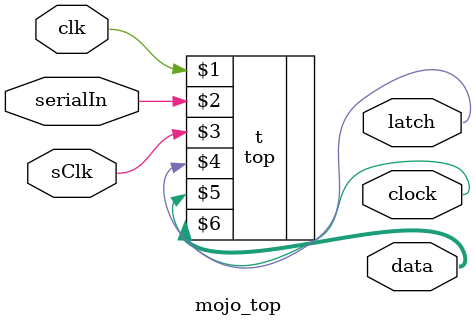
<source format=v>
module mojo_top(
    input  clk,
    input serialIn,
    input sClk,
    output latch,
    output clock,
    output [7:0]data
    );

  top t(clk, serialIn, sClk, latch, clock, data);
  /*wire[63:0] top;
  //wire[63:0] botom = 0;
  wire[767:0] data;*/
  
  /*signal_shift a1 (clk, 277, top[0]);
  signal_shift a2 (clk, 249, top[1]);
  signal_shift a3 (clk, -109, top[2]);
  signal_shift a4 (clk, 389, top[3]);
  signal_shift a5 (clk, 445, top[4]);
  signal_shift a6 (clk, 53, top[5]);
  signal_shift a7 (clk, 496, top[6]);
  signal_shift a8 (clk, 589, top[7]);
  signal_shift a9 (clk, 183, top[8]);
  signal_shift a10 (clk, 261, top[9]);
  signal_shift a11 (clk, -2, top[10]);
  signal_shift a12 (clk, 563, top[11]);
  signal_shift a13 (clk, -608, top[12]);
  signal_shift a14 (clk, 213, top[13]);
  signal_shift a15 (clk, 573, top[14]);
  signal_shift a16 (clk, 561, top[15]);
  signal_shift a17 (clk, -260, top[16]);
  signal_shift a18 (clk, -100, top[17]);
  signal_shift a19 (clk, -285, top[18]);
  signal_shift a20 (clk, 350, top[19]);
  signal_shift a21 (clk, 478, top[20]);
  signal_shift a22 (clk, 27, top[21]);
  signal_shift a23 (clk, 311, top[22]);
  signal_shift a24 (clk, 204, top[23]);
  signal_shift a25 (clk, 133, top[24]);
  signal_shift a26 (clk, 329, top[25]);
  signal_shift a27 (clk, 166, top[26]);
  signal_shift a28 (clk, -420, top[27]);
  signal_shift a29 (clk, -107, top[28]);
  signal_shift a30 (clk, -587, top[29]);
  signal_shift a31 (clk, -374, top[30]);
  signal_shift a32 (clk, -549, top[31]);
  signal_shift a33 (clk, 76, top[32]);
  signal_shift a34 (clk, 251, top[33]);
  signal_shift a35 (clk, 38, top[34]);
  signal_shift a36 (clk, 518, top[35]);
  signal_shift a37 (clk, 205, top[36]);
  signal_shift a38 (clk, -459, top[37]);
  signal_shift a39 (clk, -296, top[38]);
  signal_shift a40 (clk, -492, top[39]);
  signal_shift a41 (clk, -421, top[40]);
  signal_shift a42 (clk, -315, top[41]);
  signal_shift a43 (clk, -598, top[42]);
  signal_shift a44 (clk, -147, top[43]);
  signal_shift a45 (clk, -275, top[44]);
  signal_shift a46 (clk, 340, top[45]);
  signal_shift a47 (clk, 526, top[46]);
  signal_shift a48 (clk, 365, top[47]);
  signal_shift a49 (clk, -64, top[48]);
  signal_shift a50 (clk, -52, top[49]);
  signal_shift a51 (clk, -412, top[50]);
  signal_shift a52 (clk, 17, top[51]);
  signal_shift a53 (clk, -62, top[52]);
  signal_shift a54 (clk, 623, top[53]);
  signal_shift a55 (clk, -364, top[54]);
  signal_shift a56 (clk, -442, top[55]);
  signal_shift a57 (clk, -36, top[56]);
  signal_shift a58 (clk, -130, top[57]);
  signal_shift a59 (clk, -573, top[58]);
  signal_shift a60 (clk, -180, top[59]);
  signal_shift a61 (clk, -236, top[60]);
  signal_shift a62 (clk, 516, top[61]);
  signal_shift a63 (clk, -376, top[62]);
  signal_shift a64 (clk, -349, top[63]);*/
  
  /*signal_shift a1 (clk, 430, top[0]);
  signal_shift a2 (clk, -554, top[1]);
  signal_shift a3 (clk, 584, top[2]);
  signal_shift a4 (clk, -46, top[3]);
  signal_shift a5 (clk, 579, top[4]);
  signal_shift a6 (clk, -41, top[5]);
  signal_shift a7 (clk, 71, top[6]);
  signal_shift a8 (clk, -195, top[7]);
  signal_shift a9 (clk, -554, top[8]);
  signal_shift a10 (clk, -46, top[9]);
  signal_shift a11 (clk, 87, top[10]);
  signal_shift a12 (clk, -374, top[11]);
  signal_shift a13 (clk, 251, top[12]);
  signal_shift a14 (clk, -538, top[13]);
  signal_shift a15 (clk, 579, top[14]);
  signal_shift a16 (clk, 71, top[15]);
  signal_shift a17 (clk, 584, top[16]);
  signal_shift a18 (clk, 87, top[17]);
  signal_shift a19 (clk, 513, top[18]);
  signal_shift a20 (clk, 296, top[19]);
  signal_shift a21 (clk, -329, top[20]);
  signal_shift a22 (clk, -112, top[21]);
  signal_shift a23 (clk, -538, top[22]);
  signal_shift a24 (clk, -41, top[23]);
  signal_shift a25 (clk, -46, top[24]);
  signal_shift a26 (clk, -374, top[25]);
  signal_shift a27 (clk, 296, top[26]);
  signal_shift a28 (clk, 334, top[27]);
  signal_shift a29 (clk, -291, top[28]);
  signal_shift a30 (clk, -329, top[29]);
  signal_shift a31 (clk, 251, top[30]);
  signal_shift a32 (clk, 579, top[31]);
  signal_shift a33 (clk, -46, top[32]);
  signal_shift a34 (clk, -374, top[33]);
  signal_shift a35 (clk, 296, top[34]);
  signal_shift a36 (clk, 334, top[35]);
  signal_shift a37 (clk, -291, top[36]);
  signal_shift a38 (clk, -329, top[37]);
  signal_shift a39 (clk, 251, top[38]);
  signal_shift a40 (clk, 579, top[39]);
  signal_shift a41 (clk, 584, top[40]);
  signal_shift a42 (clk, 87, top[41]);
  signal_shift a43 (clk, 513, top[42]);
  signal_shift a44 (clk, 296, top[43]);
  signal_shift a45 (clk, -329, top[44]);
  signal_shift a46 (clk, -112, top[45]);
  signal_shift a47 (clk, -538, top[46]);
  signal_shift a48 (clk, -41, top[47]);
  signal_shift a49 (clk, -554, top[48]);
  signal_shift a50 (clk, -46, top[49]);
  signal_shift a51 (clk, 87, top[50]);
  signal_shift a52 (clk, -374, top[51]);
  signal_shift a53 (clk, 251, top[52]);
  signal_shift a54 (clk, -538, top[53]);
  signal_shift a55 (clk, 579, top[54]);
  signal_shift a56 (clk, 71, top[55]);
  signal_shift a57 (clk, 430, top[56]);
  signal_shift a58 (clk, -554, top[57]);
  signal_shift a59 (clk, 584, top[58]);
  signal_shift a60 (clk, -46, top[59]);
  signal_shift a61 (clk, 579, top[60]);
  signal_shift a62 (clk, -41, top[61]);
  signal_shift a63 (clk, 71, top[62]);
  signal_shift a64 (clk, -195, top[63]);*/
  
  //szczypce centrum
  /*signal_shift a1 (clk, -59, top[0]);
  signal_shift a2 (clk, 145, top[1]);
  signal_shift a3 (clk, -27, top[2]);
  signal_shift a4 (clk, 556, top[3]);
  signal_shift a5 (clk, -69, top[4]);
  signal_shift a6 (clk, 598, top[5]);
  signal_shift a7 (clk, -480, top[6]);
  signal_shift a8 (clk, 566, top[7]);
  signal_shift a9 (clk, 145, top[8]);
  signal_shift a10 (clk, 556, top[9]);
  signal_shift a11 (clk, 586, top[10]);
  signal_shift a12 (clk, 52, top[11]);
  signal_shift a13 (clk, -573, top[12]);
  signal_shift a14 (clk, -39, top[13]);
  signal_shift a15 (clk, -69, top[14]);
  signal_shift a16 (clk, -480, top[15]);
  signal_shift a17 (clk, -27, top[16]);
  signal_shift a18 (clk, 586, top[17]);
  signal_shift a19 (clk, -412, top[18]);
  signal_shift a20 (clk, 469, top[19]);
  signal_shift a21 (clk, -156, top[20]);
  signal_shift a22 (clk, 213, top[21]);
  signal_shift a23 (clk, -39, top[22]);
  signal_shift a24 (clk, 598, top[23]);
  signal_shift a25 (clk, 556, top[24]);
  signal_shift a26 (clk, 52, top[25]);
  signal_shift a27 (clk, 469, top[26]);
  signal_shift a28 (clk, 243, top[27]);
  signal_shift a29 (clk, -382, top[28]);
  signal_shift a30 (clk, -156, top[29]);
  signal_shift a31 (clk, -573, top[30]);
  signal_shift a32 (clk, -69, top[31]);
  signal_shift a33 (clk, 556, top[32]);
  signal_shift a34 (clk, 52, top[33]);
  signal_shift a35 (clk, 469, top[34]);
  signal_shift a36 (clk, 243, top[35]);
  signal_shift a37 (clk, -382, top[36]);
  signal_shift a38 (clk, -156, top[37]);
  signal_shift a39 (clk, -573, top[38]);
  signal_shift a40 (clk, -69, top[39]);
  signal_shift a41 (clk, -27, top[40]);
  signal_shift a42 (clk, 586, top[41]);
  signal_shift a43 (clk, -412, top[42]);
  signal_shift a44 (clk, 469, top[43]);
  signal_shift a45 (clk, -156, top[44]);
  signal_shift a46 (clk, 213, top[45]);
  signal_shift a47 (clk, -39, top[46]);
  signal_shift a48 (clk, 598, top[47]);
  signal_shift a49 (clk, 145, top[48]);
  signal_shift a50 (clk, 556, top[49]);
  signal_shift a51 (clk, 586, top[50]);
  signal_shift a52 (clk, 52, top[51]);
  signal_shift a53 (clk, -573, top[52]);
  signal_shift a54 (clk, -39, top[53]);
  signal_shift a55 (clk, -69, top[54]);
  signal_shift a56 (clk, -480, top[55]);
  signal_shift a57 (clk, -59, top[56]);
  signal_shift a58 (clk, 145, top[57]);
  signal_shift a59 (clk, -27, top[58]);
  signal_shift a60 (clk, 556, top[59]);
  signal_shift a61 (clk, -69, top[60]);
  signal_shift a62 (clk, 598, top[61]);
  signal_shift a63 (clk, -480, top[62]);
  signal_shift a64 (clk, 566, top[63]);*/
  
  //focus centrum
  /*signal_shift a1 (clk, 566, top[0]);
  signal_shift a2 (clk, -480, top[1]);
  signal_shift a3 (clk, 598, top[2]);
  signal_shift a4 (clk, -69, top[3]);
  signal_shift a5 (clk, -69, top[4]);
  signal_shift a6 (clk, 598, top[5]);
  signal_shift a7 (clk, -480, top[6]);
  signal_shift a8 (clk, 566, top[7]);
  signal_shift a9 (clk, -480, top[8]);
  signal_shift a10 (clk, -69, top[9]);
  signal_shift a11 (clk, -39, top[10]);
  signal_shift a12 (clk, -573, top[11]);
  signal_shift a13 (clk, -573, top[12]);
  signal_shift a14 (clk, -39, top[13]);
  signal_shift a15 (clk, -69, top[14]);
  signal_shift a16 (clk, -480, top[15]);
  signal_shift a17 (clk, 598, top[16]);
  signal_shift a18 (clk, -39, top[17]);
  signal_shift a19 (clk, 213, top[18]);
  signal_shift a20 (clk, -156, top[19]);
  signal_shift a21 (clk, -156, top[20]);
  signal_shift a22 (clk, 213, top[21]);
  signal_shift a23 (clk, -39, top[22]);
  signal_shift a24 (clk, 598, top[23]);
  signal_shift a25 (clk, -69, top[24]);
  signal_shift a26 (clk, -573, top[25]);
  signal_shift a27 (clk, -156, top[26]);
  signal_shift a28 (clk, -382, top[27]);
  signal_shift a29 (clk, -382, top[28]);
  signal_shift a30 (clk, -156, top[29]);
  signal_shift a31 (clk, -573, top[30]);
  signal_shift a32 (clk, -69, top[31]);
  signal_shift a33 (clk, -69, top[32]);
  signal_shift a34 (clk, -573, top[33]);
  signal_shift a35 (clk, -156, top[34]);
  signal_shift a36 (clk, -382, top[35]);
  signal_shift a37 (clk, -382, top[36]);
  signal_shift a38 (clk, -156, top[37]);
  signal_shift a39 (clk, -573, top[38]);
  signal_shift a40 (clk, -69, top[39]);
  signal_shift a41 (clk, 598, top[40]);
  signal_shift a42 (clk, -39, top[41]);
  signal_shift a43 (clk, 213, top[42]);
  signal_shift a44 (clk, -156, top[43]);
  signal_shift a45 (clk, -156, top[44]);
  signal_shift a46 (clk, 213, top[45]);
  signal_shift a47 (clk, -39, top[46]);
  signal_shift a48 (clk, 598, top[47]);
  signal_shift a49 (clk, -480, top[48]);
  signal_shift a50 (clk, -69, top[49]);
  signal_shift a51 (clk, -39, top[50]);
  signal_shift a52 (clk, -573, top[51]);
  signal_shift a53 (clk, -573, top[52]);
  signal_shift a54 (clk, -39, top[53]);
  signal_shift a55 (clk, -69, top[54]);
  signal_shift a56 (clk, -480, top[55]);
  signal_shift a57 (clk, 566, top[56]);
  signal_shift a58 (clk, -480, top[57]);
  signal_shift a59 (clk, 598, top[58]);
  signal_shift a60 (clk, -69, top[59]);
  signal_shift a61 (clk, -69, top[60]);
  signal_shift a62 (clk, 598, top[61]);
  signal_shift a63 (clk, -480, top[62]);
  signal_shift a64 (clk, 566, top[63]);*/
  
  //focus offset
  /*signal_shift a1 (clk, -47, top[0]);
  signal_shift a2 (clk, 16, top[1]);
  signal_shift a3 (clk, -345, top[2]);
  signal_shift a4 (clk, 4, top[3]);
  signal_shift a5 (clk, -242, top[4]);
  signal_shift a6 (clk, 208, top[5]);
  signal_shift a7 (clk, 210, top[6]);
  signal_shift a8 (clk, -115, top[7]);
  signal_shift a9 (clk, 240, top[8]);
  signal_shift a10 (clk, 514, top[9]);
  signal_shift a11 (clk, 335, top[10]);
  signal_shift a12 (clk, -482, top[11]);
  signal_shift a13 (clk, 462, top[12]);
  signal_shift a14 (clk, -509, top[13]);
  signal_shift a15 (clk, 534, top[14]);
  signal_shift a16 (clk, 9, top[15]);
  signal_shift a17 (clk, 147, top[16]);
  signal_shift a18 (clk, -615, top[17]);
  signal_shift a19 (clk, -582, top[18]);
  signal_shift a20 (clk, -41, top[19]);
  signal_shift a21 (clk, -424, top[20]);
  signal_shift a22 (clk, -348, top[21]);
  signal_shift a23 (clk, 477, top[22]);
  signal_shift a24 (clk, -234, top[23]);
  signal_shift a25 (clk, -470, top[24]);
  signal_shift a26 (clk, 167, top[25]);
  signal_shift a27 (clk, 368, top[26]);
  signal_shift a28 (clk, -244, top[27]);
  signal_shift a29 (clk, 551, top[28]);
  signal_shift a30 (clk, 463, top[29]);
  signal_shift a31 (clk, -117, top[30]);
  signal_shift a32 (clk, 304, top[31]);
  signal_shift a33 (clk, -470, top[32]);
  signal_shift a34 (clk, 167, top[33]);
  signal_shift a35 (clk, 368, top[34]);
  signal_shift a36 (clk, -244, top[35]);
  signal_shift a37 (clk, 551, top[36]);
  signal_shift a38 (clk, 463, top[37]);
  signal_shift a39 (clk, -117, top[38]);
  signal_shift a40 (clk, 304, top[39]);
  signal_shift a41 (clk, 147, top[40]);
  signal_shift a42 (clk, -615, top[41]);
  signal_shift a43 (clk, -582, top[42]);
  signal_shift a44 (clk, -41, top[43]);
  signal_shift a45 (clk, -424, top[44]);
  signal_shift a46 (clk, -348, top[45]);
  signal_shift a47 (clk, 477, top[46]);
  signal_shift a48 (clk, -234, top[47]);
  signal_shift a49 (clk, 240, top[48]);
  signal_shift a50 (clk, 514, top[49]);
  signal_shift a51 (clk, 335, top[50]);
  signal_shift a52 (clk, -482, top[51]);
  signal_shift a53 (clk, 462, top[52]);
  signal_shift a54 (clk, -509, top[53]);
  signal_shift a55 (clk, 534, top[54]);
  signal_shift a56 (clk, 9, top[55]);
  signal_shift a57 (clk, -47, top[56]);
  signal_shift a58 (clk, 16, top[57]);
  signal_shift a59 (clk, -345, top[58]);
  signal_shift a60 (clk, 4, top[59]);
  signal_shift a61 (clk, -242, top[60]);
  signal_shift a62 (clk, 208, top[61]);
  signal_shift a63 (clk, 210, top[62]);
  signal_shift a64 (clk, -115, top[63]);*/
  
  
  /*signal_shift a1 (clk, data[11:0], top[0]);
  signal_shift a2 (clk, data[23:12], top[1]);
  signal_shift a3 (clk, data[35:24], top[2]);
  signal_shift a4 (clk, data[47:36], top[3]);
  signal_shift a5 (clk, data[59:48], top[4]);
  signal_shift a6 (clk, data[71:60], top[5]);
  signal_shift a7 (clk, data[83:72], top[6]);
  signal_shift a8 (clk, data[95:84], top[7]);
  signal_shift a9 (clk, data[107:96], top[8]);
  signal_shift a10 (clk, data[119:108], top[9]);
  signal_shift a11 (clk, data[131:120], top[10]);
  signal_shift a12 (clk, data[143:132], top[11]);
  signal_shift a13 (clk, data[155:144], top[12]);
  signal_shift a14 (clk, data[167:156], top[13]);
  signal_shift a15 (clk, data[179:168], top[14]);
  signal_shift a16 (clk, data[191:180], top[15]);
  signal_shift a17 (clk, data[203:192], top[16]);
  signal_shift a18 (clk, data[215:204], top[17]);
  signal_shift a19 (clk, data[227:216], top[18]);
  signal_shift a20 (clk, data[239:228], top[19]);
  signal_shift a21 (clk, data[251:240], top[20]);
  signal_shift a22 (clk, data[263:252], top[21]);
  signal_shift a23 (clk, data[275:264], top[22]);
  signal_shift a24 (clk, data[287:276], top[23]);
  signal_shift a25 (clk, data[299:288], top[24]);
  signal_shift a26 (clk, data[311:300], top[25]);
  signal_shift a27 (clk, data[323:312], top[26]);
  signal_shift a28 (clk, data[335:324], top[27]);
  signal_shift a29 (clk, data[347:336], top[28]);
  signal_shift a30 (clk, data[359:348], top[29]);
  signal_shift a31 (clk, data[371:360], top[30]);
  signal_shift a32 (clk, data[383:372], top[31]);
  signal_shift a33 (clk, data[395:384], top[32]);
  signal_shift a34 (clk, data[407:396], top[33]);
  signal_shift a35 (clk, data[419:408], top[34]);
  signal_shift a36 (clk, data[431:420], top[35]);
  signal_shift a37 (clk, data[443:432], top[36]);
  signal_shift a38 (clk, data[455:444], top[37]);
  signal_shift a39 (clk, data[467:456], top[38]);
  signal_shift a40 (clk, data[479:468], top[39]);
  signal_shift a41 (clk, data[491:480], top[40]);
  signal_shift a42 (clk, data[503:492], top[41]);
  signal_shift a43 (clk, data[515:504], top[42]);
  signal_shift a44 (clk, data[527:516], top[43]);
  signal_shift a45 (clk, data[539:528], top[44]);
  signal_shift a46 (clk, data[551:540], top[45]);
  signal_shift a47 (clk, data[563:552], top[46]);
  signal_shift a48 (clk, data[575:564], top[47]);
  signal_shift a49 (clk, data[587:576], top[48]);
  signal_shift a50 (clk, data[599:588], top[49]);
  signal_shift a51 (clk, data[611:600], top[50]);
  signal_shift a52 (clk, data[623:612], top[51]);
  signal_shift a53 (clk, data[635:624], top[52]);
  signal_shift a54 (clk, data[647:636], top[53]);
  signal_shift a55 (clk, data[659:648], top[54]);
  signal_shift a56 (clk, data[671:660], top[55]);
  signal_shift a57 (clk, data[683:672], top[56]);
  signal_shift a58 (clk, data[695:684], top[57]);
  signal_shift a59 (clk, data[707:696], top[58]);
  signal_shift a60 (clk, data[719:708], top[59]);
  signal_shift a61 (clk, data[731:720], top[60]);
  signal_shift a62 (clk, data[743:732], top[61]);
  signal_shift a63 (clk, data[755:744], top[62]);
  signal_shift a64 (clk, data[767:756], top[63]);
  
  
  shift_register b(clk, top, latch, clock, data);*/

endmodule
</source>
